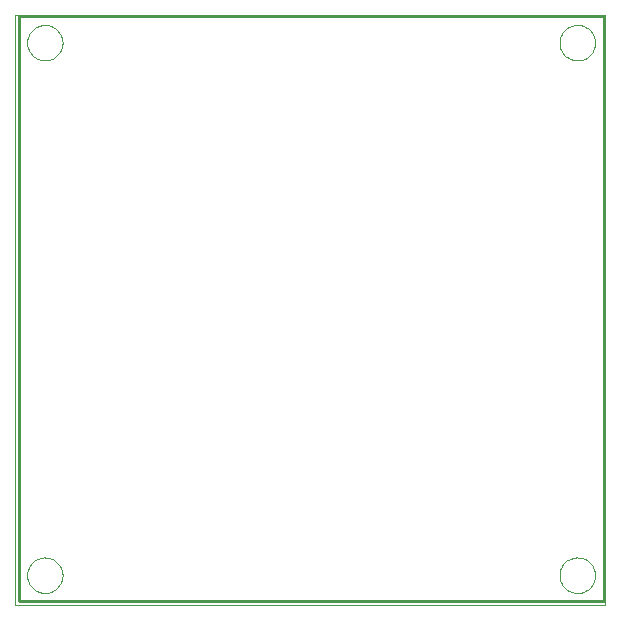
<source format=gbo>
G75*
%MOIN*%
%OFA0B0*%
%FSLAX24Y24*%
%IPPOS*%
%LPD*%
%AMOC8*
5,1,8,0,0,1.08239X$1,22.5*
%
%ADD10C,0.0000*%
%ADD11C,0.0100*%
D10*
X000100Y000100D02*
X000100Y019785D01*
X019785Y019785D01*
X019785Y000100D01*
X000100Y000100D01*
X000509Y001100D02*
X000511Y001148D01*
X000517Y001196D01*
X000527Y001243D01*
X000540Y001289D01*
X000558Y001334D01*
X000578Y001378D01*
X000603Y001420D01*
X000631Y001459D01*
X000661Y001496D01*
X000695Y001530D01*
X000732Y001562D01*
X000770Y001591D01*
X000811Y001616D01*
X000854Y001638D01*
X000899Y001656D01*
X000945Y001670D01*
X000992Y001681D01*
X001040Y001688D01*
X001088Y001691D01*
X001136Y001690D01*
X001184Y001685D01*
X001232Y001676D01*
X001278Y001664D01*
X001323Y001647D01*
X001367Y001627D01*
X001409Y001604D01*
X001449Y001577D01*
X001487Y001547D01*
X001522Y001514D01*
X001554Y001478D01*
X001584Y001440D01*
X001610Y001399D01*
X001632Y001356D01*
X001652Y001312D01*
X001667Y001267D01*
X001679Y001220D01*
X001687Y001172D01*
X001691Y001124D01*
X001691Y001076D01*
X001687Y001028D01*
X001679Y000980D01*
X001667Y000933D01*
X001652Y000888D01*
X001632Y000844D01*
X001610Y000801D01*
X001584Y000760D01*
X001554Y000722D01*
X001522Y000686D01*
X001487Y000653D01*
X001449Y000623D01*
X001409Y000596D01*
X001367Y000573D01*
X001323Y000553D01*
X001278Y000536D01*
X001232Y000524D01*
X001184Y000515D01*
X001136Y000510D01*
X001088Y000509D01*
X001040Y000512D01*
X000992Y000519D01*
X000945Y000530D01*
X000899Y000544D01*
X000854Y000562D01*
X000811Y000584D01*
X000770Y000609D01*
X000732Y000638D01*
X000695Y000670D01*
X000661Y000704D01*
X000631Y000741D01*
X000603Y000780D01*
X000578Y000822D01*
X000558Y000866D01*
X000540Y000911D01*
X000527Y000957D01*
X000517Y001004D01*
X000511Y001052D01*
X000509Y001100D01*
X000509Y018850D02*
X000511Y018898D01*
X000517Y018946D01*
X000527Y018993D01*
X000540Y019039D01*
X000558Y019084D01*
X000578Y019128D01*
X000603Y019170D01*
X000631Y019209D01*
X000661Y019246D01*
X000695Y019280D01*
X000732Y019312D01*
X000770Y019341D01*
X000811Y019366D01*
X000854Y019388D01*
X000899Y019406D01*
X000945Y019420D01*
X000992Y019431D01*
X001040Y019438D01*
X001088Y019441D01*
X001136Y019440D01*
X001184Y019435D01*
X001232Y019426D01*
X001278Y019414D01*
X001323Y019397D01*
X001367Y019377D01*
X001409Y019354D01*
X001449Y019327D01*
X001487Y019297D01*
X001522Y019264D01*
X001554Y019228D01*
X001584Y019190D01*
X001610Y019149D01*
X001632Y019106D01*
X001652Y019062D01*
X001667Y019017D01*
X001679Y018970D01*
X001687Y018922D01*
X001691Y018874D01*
X001691Y018826D01*
X001687Y018778D01*
X001679Y018730D01*
X001667Y018683D01*
X001652Y018638D01*
X001632Y018594D01*
X001610Y018551D01*
X001584Y018510D01*
X001554Y018472D01*
X001522Y018436D01*
X001487Y018403D01*
X001449Y018373D01*
X001409Y018346D01*
X001367Y018323D01*
X001323Y018303D01*
X001278Y018286D01*
X001232Y018274D01*
X001184Y018265D01*
X001136Y018260D01*
X001088Y018259D01*
X001040Y018262D01*
X000992Y018269D01*
X000945Y018280D01*
X000899Y018294D01*
X000854Y018312D01*
X000811Y018334D01*
X000770Y018359D01*
X000732Y018388D01*
X000695Y018420D01*
X000661Y018454D01*
X000631Y018491D01*
X000603Y018530D01*
X000578Y018572D01*
X000558Y018616D01*
X000540Y018661D01*
X000527Y018707D01*
X000517Y018754D01*
X000511Y018802D01*
X000509Y018850D01*
X018259Y018850D02*
X018261Y018898D01*
X018267Y018946D01*
X018277Y018993D01*
X018290Y019039D01*
X018308Y019084D01*
X018328Y019128D01*
X018353Y019170D01*
X018381Y019209D01*
X018411Y019246D01*
X018445Y019280D01*
X018482Y019312D01*
X018520Y019341D01*
X018561Y019366D01*
X018604Y019388D01*
X018649Y019406D01*
X018695Y019420D01*
X018742Y019431D01*
X018790Y019438D01*
X018838Y019441D01*
X018886Y019440D01*
X018934Y019435D01*
X018982Y019426D01*
X019028Y019414D01*
X019073Y019397D01*
X019117Y019377D01*
X019159Y019354D01*
X019199Y019327D01*
X019237Y019297D01*
X019272Y019264D01*
X019304Y019228D01*
X019334Y019190D01*
X019360Y019149D01*
X019382Y019106D01*
X019402Y019062D01*
X019417Y019017D01*
X019429Y018970D01*
X019437Y018922D01*
X019441Y018874D01*
X019441Y018826D01*
X019437Y018778D01*
X019429Y018730D01*
X019417Y018683D01*
X019402Y018638D01*
X019382Y018594D01*
X019360Y018551D01*
X019334Y018510D01*
X019304Y018472D01*
X019272Y018436D01*
X019237Y018403D01*
X019199Y018373D01*
X019159Y018346D01*
X019117Y018323D01*
X019073Y018303D01*
X019028Y018286D01*
X018982Y018274D01*
X018934Y018265D01*
X018886Y018260D01*
X018838Y018259D01*
X018790Y018262D01*
X018742Y018269D01*
X018695Y018280D01*
X018649Y018294D01*
X018604Y018312D01*
X018561Y018334D01*
X018520Y018359D01*
X018482Y018388D01*
X018445Y018420D01*
X018411Y018454D01*
X018381Y018491D01*
X018353Y018530D01*
X018328Y018572D01*
X018308Y018616D01*
X018290Y018661D01*
X018277Y018707D01*
X018267Y018754D01*
X018261Y018802D01*
X018259Y018850D01*
X018259Y001100D02*
X018261Y001148D01*
X018267Y001196D01*
X018277Y001243D01*
X018290Y001289D01*
X018308Y001334D01*
X018328Y001378D01*
X018353Y001420D01*
X018381Y001459D01*
X018411Y001496D01*
X018445Y001530D01*
X018482Y001562D01*
X018520Y001591D01*
X018561Y001616D01*
X018604Y001638D01*
X018649Y001656D01*
X018695Y001670D01*
X018742Y001681D01*
X018790Y001688D01*
X018838Y001691D01*
X018886Y001690D01*
X018934Y001685D01*
X018982Y001676D01*
X019028Y001664D01*
X019073Y001647D01*
X019117Y001627D01*
X019159Y001604D01*
X019199Y001577D01*
X019237Y001547D01*
X019272Y001514D01*
X019304Y001478D01*
X019334Y001440D01*
X019360Y001399D01*
X019382Y001356D01*
X019402Y001312D01*
X019417Y001267D01*
X019429Y001220D01*
X019437Y001172D01*
X019441Y001124D01*
X019441Y001076D01*
X019437Y001028D01*
X019429Y000980D01*
X019417Y000933D01*
X019402Y000888D01*
X019382Y000844D01*
X019360Y000801D01*
X019334Y000760D01*
X019304Y000722D01*
X019272Y000686D01*
X019237Y000653D01*
X019199Y000623D01*
X019159Y000596D01*
X019117Y000573D01*
X019073Y000553D01*
X019028Y000536D01*
X018982Y000524D01*
X018934Y000515D01*
X018886Y000510D01*
X018838Y000509D01*
X018790Y000512D01*
X018742Y000519D01*
X018695Y000530D01*
X018649Y000544D01*
X018604Y000562D01*
X018561Y000584D01*
X018520Y000609D01*
X018482Y000638D01*
X018445Y000670D01*
X018411Y000704D01*
X018381Y000741D01*
X018353Y000780D01*
X018328Y000822D01*
X018308Y000866D01*
X018290Y000911D01*
X018277Y000957D01*
X018267Y001004D01*
X018261Y001052D01*
X018259Y001100D01*
D11*
X019725Y000225D02*
X000225Y000225D01*
X000225Y019725D01*
X019725Y019725D01*
X019725Y000225D01*
M02*

</source>
